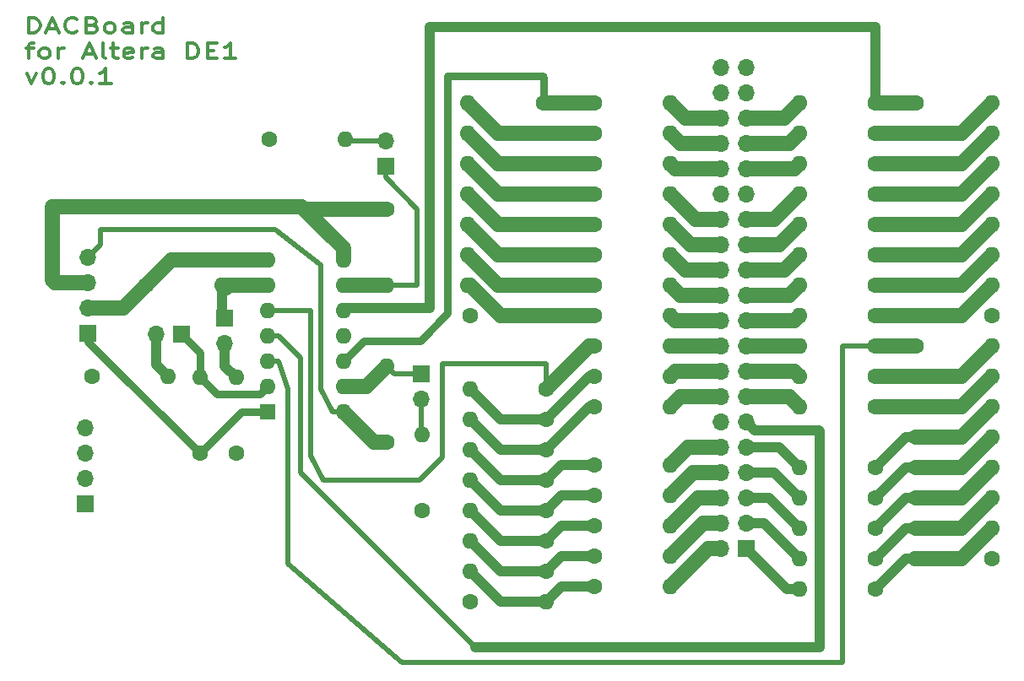
<source format=gbr>
%TF.GenerationSoftware,KiCad,Pcbnew,5.1.10*%
%TF.CreationDate,2021-12-13T16:46:35-05:00*%
%TF.ProjectId,DACBoard,44414342-6f61-4726-942e-6b696361645f,rev?*%
%TF.SameCoordinates,Original*%
%TF.FileFunction,Copper,L1,Top*%
%TF.FilePolarity,Positive*%
%FSLAX46Y46*%
G04 Gerber Fmt 4.6, Leading zero omitted, Abs format (unit mm)*
G04 Created by KiCad (PCBNEW 5.1.10) date 2021-12-13 16:46:35*
%MOMM*%
%LPD*%
G01*
G04 APERTURE LIST*
%TA.AperFunction,NonConductor*%
%ADD10C,0.300000*%
%TD*%
%TA.AperFunction,ComponentPad*%
%ADD11O,1.700000X1.700000*%
%TD*%
%TA.AperFunction,ComponentPad*%
%ADD12R,1.700000X1.700000*%
%TD*%
%TA.AperFunction,ComponentPad*%
%ADD13C,1.600000*%
%TD*%
%TA.AperFunction,ComponentPad*%
%ADD14O,1.600000X1.600000*%
%TD*%
%TA.AperFunction,ComponentPad*%
%ADD15R,1.600000X1.600000*%
%TD*%
%TA.AperFunction,Conductor*%
%ADD16C,1.000000*%
%TD*%
%TA.AperFunction,Conductor*%
%ADD17C,0.800000*%
%TD*%
%TA.AperFunction,Conductor*%
%ADD18C,1.500000*%
%TD*%
%TA.AperFunction,Conductor*%
%ADD19C,0.500000*%
%TD*%
G04 APERTURE END LIST*
D10*
X34707190Y-45309071D02*
X34707190Y-43809071D01*
X35183380Y-43809071D01*
X35469095Y-43880500D01*
X35659571Y-44023357D01*
X35754809Y-44166214D01*
X35850047Y-44451928D01*
X35850047Y-44666214D01*
X35754809Y-44951928D01*
X35659571Y-45094785D01*
X35469095Y-45237642D01*
X35183380Y-45309071D01*
X34707190Y-45309071D01*
X36611952Y-44880500D02*
X37564333Y-44880500D01*
X36421476Y-45309071D02*
X37088142Y-43809071D01*
X37754809Y-45309071D01*
X39564333Y-45166214D02*
X39469095Y-45237642D01*
X39183380Y-45309071D01*
X38992904Y-45309071D01*
X38707190Y-45237642D01*
X38516714Y-45094785D01*
X38421476Y-44951928D01*
X38326238Y-44666214D01*
X38326238Y-44451928D01*
X38421476Y-44166214D01*
X38516714Y-44023357D01*
X38707190Y-43880500D01*
X38992904Y-43809071D01*
X39183380Y-43809071D01*
X39469095Y-43880500D01*
X39564333Y-43951928D01*
X41088142Y-44523357D02*
X41373857Y-44594785D01*
X41469095Y-44666214D01*
X41564333Y-44809071D01*
X41564333Y-45023357D01*
X41469095Y-45166214D01*
X41373857Y-45237642D01*
X41183380Y-45309071D01*
X40421476Y-45309071D01*
X40421476Y-43809071D01*
X41088142Y-43809071D01*
X41278619Y-43880500D01*
X41373857Y-43951928D01*
X41469095Y-44094785D01*
X41469095Y-44237642D01*
X41373857Y-44380500D01*
X41278619Y-44451928D01*
X41088142Y-44523357D01*
X40421476Y-44523357D01*
X42707190Y-45309071D02*
X42516714Y-45237642D01*
X42421476Y-45166214D01*
X42326238Y-45023357D01*
X42326238Y-44594785D01*
X42421476Y-44451928D01*
X42516714Y-44380500D01*
X42707190Y-44309071D01*
X42992904Y-44309071D01*
X43183380Y-44380500D01*
X43278619Y-44451928D01*
X43373857Y-44594785D01*
X43373857Y-45023357D01*
X43278619Y-45166214D01*
X43183380Y-45237642D01*
X42992904Y-45309071D01*
X42707190Y-45309071D01*
X45088142Y-45309071D02*
X45088142Y-44523357D01*
X44992904Y-44380500D01*
X44802428Y-44309071D01*
X44421476Y-44309071D01*
X44231000Y-44380500D01*
X45088142Y-45237642D02*
X44897666Y-45309071D01*
X44421476Y-45309071D01*
X44231000Y-45237642D01*
X44135761Y-45094785D01*
X44135761Y-44951928D01*
X44231000Y-44809071D01*
X44421476Y-44737642D01*
X44897666Y-44737642D01*
X45088142Y-44666214D01*
X46040523Y-45309071D02*
X46040523Y-44309071D01*
X46040523Y-44594785D02*
X46135761Y-44451928D01*
X46231000Y-44380500D01*
X46421476Y-44309071D01*
X46611952Y-44309071D01*
X48135761Y-45309071D02*
X48135761Y-43809071D01*
X48135761Y-45237642D02*
X47945285Y-45309071D01*
X47564333Y-45309071D01*
X47373857Y-45237642D01*
X47278619Y-45166214D01*
X47183380Y-45023357D01*
X47183380Y-44594785D01*
X47278619Y-44451928D01*
X47373857Y-44380500D01*
X47564333Y-44309071D01*
X47945285Y-44309071D01*
X48135761Y-44380500D01*
X34421476Y-46859071D02*
X35183380Y-46859071D01*
X34707190Y-47859071D02*
X34707190Y-46573357D01*
X34802428Y-46430500D01*
X34992904Y-46359071D01*
X35183380Y-46359071D01*
X36135761Y-47859071D02*
X35945285Y-47787642D01*
X35850047Y-47716214D01*
X35754809Y-47573357D01*
X35754809Y-47144785D01*
X35850047Y-47001928D01*
X35945285Y-46930500D01*
X36135761Y-46859071D01*
X36421476Y-46859071D01*
X36611952Y-46930500D01*
X36707190Y-47001928D01*
X36802428Y-47144785D01*
X36802428Y-47573357D01*
X36707190Y-47716214D01*
X36611952Y-47787642D01*
X36421476Y-47859071D01*
X36135761Y-47859071D01*
X37659571Y-47859071D02*
X37659571Y-46859071D01*
X37659571Y-47144785D02*
X37754809Y-47001928D01*
X37850047Y-46930500D01*
X38040523Y-46859071D01*
X38231000Y-46859071D01*
X40326238Y-47430500D02*
X41278619Y-47430500D01*
X40135761Y-47859071D02*
X40802428Y-46359071D01*
X41469095Y-47859071D01*
X42421476Y-47859071D02*
X42231000Y-47787642D01*
X42135761Y-47644785D01*
X42135761Y-46359071D01*
X42897666Y-46859071D02*
X43659571Y-46859071D01*
X43183380Y-46359071D02*
X43183380Y-47644785D01*
X43278619Y-47787642D01*
X43469095Y-47859071D01*
X43659571Y-47859071D01*
X45088142Y-47787642D02*
X44897666Y-47859071D01*
X44516714Y-47859071D01*
X44326238Y-47787642D01*
X44231000Y-47644785D01*
X44231000Y-47073357D01*
X44326238Y-46930500D01*
X44516714Y-46859071D01*
X44897666Y-46859071D01*
X45088142Y-46930500D01*
X45183380Y-47073357D01*
X45183380Y-47216214D01*
X44231000Y-47359071D01*
X46040523Y-47859071D02*
X46040523Y-46859071D01*
X46040523Y-47144785D02*
X46135761Y-47001928D01*
X46231000Y-46930500D01*
X46421476Y-46859071D01*
X46611952Y-46859071D01*
X48135761Y-47859071D02*
X48135761Y-47073357D01*
X48040523Y-46930500D01*
X47850047Y-46859071D01*
X47469095Y-46859071D01*
X47278619Y-46930500D01*
X48135761Y-47787642D02*
X47945285Y-47859071D01*
X47469095Y-47859071D01*
X47278619Y-47787642D01*
X47183380Y-47644785D01*
X47183380Y-47501928D01*
X47278619Y-47359071D01*
X47469095Y-47287642D01*
X47945285Y-47287642D01*
X48135761Y-47216214D01*
X50611952Y-47859071D02*
X50611952Y-46359071D01*
X51088142Y-46359071D01*
X51373857Y-46430500D01*
X51564333Y-46573357D01*
X51659571Y-46716214D01*
X51754809Y-47001928D01*
X51754809Y-47216214D01*
X51659571Y-47501928D01*
X51564333Y-47644785D01*
X51373857Y-47787642D01*
X51088142Y-47859071D01*
X50611952Y-47859071D01*
X52611952Y-47073357D02*
X53278619Y-47073357D01*
X53564333Y-47859071D02*
X52611952Y-47859071D01*
X52611952Y-46359071D01*
X53564333Y-46359071D01*
X55469095Y-47859071D02*
X54326238Y-47859071D01*
X54897666Y-47859071D02*
X54897666Y-46359071D01*
X54707190Y-46573357D01*
X54516714Y-46716214D01*
X54326238Y-46787642D01*
X34516714Y-49409071D02*
X34992904Y-50409071D01*
X35469095Y-49409071D01*
X36611952Y-48909071D02*
X36802428Y-48909071D01*
X36992904Y-48980500D01*
X37088142Y-49051928D01*
X37183380Y-49194785D01*
X37278619Y-49480500D01*
X37278619Y-49837642D01*
X37183380Y-50123357D01*
X37088142Y-50266214D01*
X36992904Y-50337642D01*
X36802428Y-50409071D01*
X36611952Y-50409071D01*
X36421476Y-50337642D01*
X36326238Y-50266214D01*
X36231000Y-50123357D01*
X36135761Y-49837642D01*
X36135761Y-49480500D01*
X36231000Y-49194785D01*
X36326238Y-49051928D01*
X36421476Y-48980500D01*
X36611952Y-48909071D01*
X38135761Y-50266214D02*
X38231000Y-50337642D01*
X38135761Y-50409071D01*
X38040523Y-50337642D01*
X38135761Y-50266214D01*
X38135761Y-50409071D01*
X39469095Y-48909071D02*
X39659571Y-48909071D01*
X39850047Y-48980500D01*
X39945285Y-49051928D01*
X40040523Y-49194785D01*
X40135761Y-49480500D01*
X40135761Y-49837642D01*
X40040523Y-50123357D01*
X39945285Y-50266214D01*
X39850047Y-50337642D01*
X39659571Y-50409071D01*
X39469095Y-50409071D01*
X39278619Y-50337642D01*
X39183380Y-50266214D01*
X39088142Y-50123357D01*
X38992904Y-49837642D01*
X38992904Y-49480500D01*
X39088142Y-49194785D01*
X39183380Y-49051928D01*
X39278619Y-48980500D01*
X39469095Y-48909071D01*
X40992904Y-50266214D02*
X41088142Y-50337642D01*
X40992904Y-50409071D01*
X40897666Y-50337642D01*
X40992904Y-50266214D01*
X40992904Y-50409071D01*
X42992904Y-50409071D02*
X41850047Y-50409071D01*
X42421476Y-50409071D02*
X42421476Y-48909071D01*
X42231000Y-49123357D01*
X42040523Y-49266214D01*
X41850047Y-49337642D01*
D11*
%TO.P,J1,2*%
%TO.N,Net-(J1-Pad2)*%
X47498000Y-75565000D03*
D12*
%TO.P,J1,1*%
%TO.N,Net-(J1-Pad1)*%
X50038000Y-75565000D03*
%TD*%
%TO.P,J3,1*%
%TO.N,Net-(J3-Pad1)*%
X54356000Y-73914000D03*
D11*
%TO.P,J3,2*%
%TO.N,Net-(J3-Pad2)*%
X54356000Y-76454000D03*
%TD*%
%TO.P,J4,2*%
%TO.N,Net-(J4-Pad2)*%
X70485000Y-56134000D03*
D12*
%TO.P,J4,1*%
%TO.N,Net-(J4-Pad1)*%
X70485000Y-58674000D03*
%TD*%
%TO.P,J5,1*%
%TO.N,Net-(J5-Pad1)*%
X74041000Y-79502000D03*
D11*
%TO.P,J5,2*%
%TO.N,Net-(J5-Pad2)*%
X74041000Y-82042000D03*
%TD*%
D12*
%TO.P,J6,1*%
%TO.N,GND*%
X40386000Y-92583000D03*
D11*
%TO.P,J6,2*%
X40386000Y-90043000D03*
%TO.P,J6,3*%
X40386000Y-87503000D03*
%TO.P,J6,4*%
X40386000Y-84963000D03*
%TD*%
%TO.P,J7,4*%
%TO.N,Net-(J7-Pad4)*%
X40640000Y-67818000D03*
%TO.P,J7,3*%
%TO.N,Net-(J7-Pad3)*%
X40640000Y-70358000D03*
%TO.P,J7,2*%
%TO.N,Net-(J7-Pad2)*%
X40640000Y-72898000D03*
D12*
%TO.P,J7,1*%
%TO.N,Net-(J7-Pad1)*%
X40640000Y-75438000D03*
%TD*%
D13*
%TO.P,R1,1*%
%TO.N,GND*%
X131318000Y-98044000D03*
D14*
%TO.P,R1,2*%
%TO.N,Net-(R1-Pad2)*%
X123698000Y-98044000D03*
%TD*%
%TO.P,R2,2*%
%TO.N,Net-(R1-Pad2)*%
X131318000Y-94996000D03*
D13*
%TO.P,R2,1*%
%TO.N,Net-(R10-Pad1)*%
X123698000Y-94996000D03*
%TD*%
D14*
%TO.P,R3,2*%
%TO.N,Net-(R10-Pad1)*%
X131318000Y-91948000D03*
D13*
%TO.P,R3,1*%
%TO.N,Net-(R11-Pad1)*%
X123698000Y-91948000D03*
%TD*%
%TO.P,R4,1*%
%TO.N,Net-(R12-Pad1)*%
X123698000Y-88900000D03*
D14*
%TO.P,R4,2*%
%TO.N,Net-(R11-Pad1)*%
X131318000Y-88900000D03*
%TD*%
%TO.P,R5,2*%
%TO.N,Net-(R12-Pad1)*%
X131318000Y-85852000D03*
D13*
%TO.P,R5,1*%
%TO.N,Net-(R13-Pad1)*%
X123698000Y-85852000D03*
%TD*%
%TO.P,R6,1*%
%TO.N,Net-(R14-Pad1)*%
X123698000Y-82804000D03*
D14*
%TO.P,R6,2*%
%TO.N,Net-(R13-Pad1)*%
X131318000Y-82804000D03*
%TD*%
%TO.P,R7,2*%
%TO.N,Net-(R14-Pad1)*%
X131318000Y-79756000D03*
D13*
%TO.P,R7,1*%
%TO.N,Net-(R15-Pad1)*%
X123698000Y-79756000D03*
%TD*%
%TO.P,R8,1*%
%TO.N,Net-(R16-Pad1)*%
X123698000Y-76708000D03*
D14*
%TO.P,R8,2*%
%TO.N,Net-(R15-Pad1)*%
X131318000Y-76708000D03*
%TD*%
D13*
%TO.P,R9,1*%
%TO.N,Net-(R1-Pad2)*%
X119634000Y-101092000D03*
D14*
%TO.P,R9,2*%
%TO.N,/IO_A0*%
X112014000Y-101092000D03*
%TD*%
D13*
%TO.P,R10,1*%
%TO.N,Net-(R10-Pad1)*%
X119634000Y-98044000D03*
D14*
%TO.P,R10,2*%
%TO.N,/IO_A2*%
X112014000Y-98044000D03*
%TD*%
%TO.P,R11,2*%
%TO.N,/IO_A4*%
X112014000Y-94996000D03*
D13*
%TO.P,R11,1*%
%TO.N,Net-(R11-Pad1)*%
X119634000Y-94996000D03*
%TD*%
%TO.P,R12,1*%
%TO.N,Net-(R12-Pad1)*%
X119634000Y-91948000D03*
D14*
%TO.P,R12,2*%
%TO.N,/IO_A6*%
X112014000Y-91948000D03*
%TD*%
%TO.P,R13,2*%
%TO.N,/IO_A8*%
X112014000Y-88900000D03*
D13*
%TO.P,R13,1*%
%TO.N,Net-(R13-Pad1)*%
X119634000Y-88900000D03*
%TD*%
%TO.P,R14,1*%
%TO.N,Net-(R14-Pad1)*%
X119634000Y-82804000D03*
D14*
%TO.P,R14,2*%
%TO.N,/IO_A10*%
X112014000Y-82804000D03*
%TD*%
%TO.P,R15,2*%
%TO.N,/IO_A12*%
X112014000Y-79756000D03*
D13*
%TO.P,R15,1*%
%TO.N,Net-(R15-Pad1)*%
X119634000Y-79756000D03*
%TD*%
D14*
%TO.P,R16,2*%
%TO.N,/IO_A14*%
X112014000Y-76708000D03*
D13*
%TO.P,R16,1*%
%TO.N,Net-(R16-Pad1)*%
X119634000Y-76708000D03*
%TD*%
D14*
%TO.P,R17,2*%
%TO.N,Net-(J1-Pad1)*%
X51879500Y-79883000D03*
D13*
%TO.P,R17,1*%
%TO.N,Net-(J7-Pad1)*%
X51879500Y-87503000D03*
%TD*%
%TO.P,R18,1*%
%TO.N,GND*%
X41021000Y-79756000D03*
D14*
%TO.P,R18,2*%
%TO.N,Net-(J1-Pad2)*%
X48641000Y-79756000D03*
%TD*%
D13*
%TO.P,R19,1*%
%TO.N,GND*%
X78994000Y-102362000D03*
D14*
%TO.P,R19,2*%
%TO.N,Net-(R19-Pad2)*%
X86614000Y-102362000D03*
%TD*%
%TO.P,R20,2*%
%TO.N,Net-(R19-Pad2)*%
X78994000Y-99314000D03*
D13*
%TO.P,R20,1*%
%TO.N,Net-(R20-Pad1)*%
X86614000Y-99314000D03*
%TD*%
%TO.P,R21,1*%
%TO.N,Net-(R21-Pad1)*%
X86614000Y-96266000D03*
D14*
%TO.P,R21,2*%
%TO.N,Net-(R20-Pad1)*%
X78994000Y-96266000D03*
%TD*%
%TO.P,R22,2*%
%TO.N,Net-(R21-Pad1)*%
X78994000Y-93218000D03*
D13*
%TO.P,R22,1*%
%TO.N,Net-(R22-Pad1)*%
X86614000Y-93218000D03*
%TD*%
D14*
%TO.P,R23,2*%
%TO.N,Net-(R22-Pad1)*%
X78994000Y-90170000D03*
D13*
%TO.P,R23,1*%
%TO.N,Net-(R23-Pad1)*%
X86614000Y-90170000D03*
%TD*%
%TO.P,R24,1*%
%TO.N,Net-(R24-Pad1)*%
X86614000Y-87122000D03*
D14*
%TO.P,R24,2*%
%TO.N,Net-(R23-Pad1)*%
X78994000Y-87122000D03*
%TD*%
D13*
%TO.P,R25,1*%
%TO.N,Net-(R25-Pad1)*%
X86614000Y-84074000D03*
D14*
%TO.P,R25,2*%
%TO.N,Net-(R24-Pad1)*%
X78994000Y-84074000D03*
%TD*%
%TO.P,R26,2*%
%TO.N,Net-(R25-Pad1)*%
X78994000Y-81026000D03*
D13*
%TO.P,R26,1*%
%TO.N,Net-(R26-Pad1)*%
X86614000Y-81026000D03*
%TD*%
D14*
%TO.P,R27,2*%
%TO.N,/IO_A1*%
X99060000Y-100838000D03*
D13*
%TO.P,R27,1*%
%TO.N,Net-(R19-Pad2)*%
X91440000Y-100838000D03*
%TD*%
D14*
%TO.P,R28,2*%
%TO.N,/IO_A3*%
X99060000Y-97790000D03*
D13*
%TO.P,R28,1*%
%TO.N,Net-(R20-Pad1)*%
X91440000Y-97790000D03*
%TD*%
%TO.P,R29,1*%
%TO.N,Net-(R21-Pad1)*%
X91440000Y-94742000D03*
D14*
%TO.P,R29,2*%
%TO.N,/IO_A5*%
X99060000Y-94742000D03*
%TD*%
%TO.P,R30,2*%
%TO.N,/IO_A7*%
X99060000Y-91694000D03*
D13*
%TO.P,R30,1*%
%TO.N,Net-(R22-Pad1)*%
X91440000Y-91694000D03*
%TD*%
%TO.P,R31,1*%
%TO.N,Net-(R23-Pad1)*%
X91440000Y-88646000D03*
D14*
%TO.P,R31,2*%
%TO.N,/IO_A9*%
X99060000Y-88646000D03*
%TD*%
%TO.P,R32,2*%
%TO.N,/IO_A11*%
X99060000Y-82804000D03*
D13*
%TO.P,R32,1*%
%TO.N,Net-(R24-Pad1)*%
X91440000Y-82804000D03*
%TD*%
%TO.P,R33,1*%
%TO.N,Net-(R25-Pad1)*%
X91440000Y-79756000D03*
D14*
%TO.P,R33,2*%
%TO.N,/IO_A13*%
X99060000Y-79756000D03*
%TD*%
%TO.P,R34,2*%
%TO.N,/IO_A15*%
X99060000Y-76708000D03*
D13*
%TO.P,R34,1*%
%TO.N,Net-(R26-Pad1)*%
X91440000Y-76708000D03*
%TD*%
D14*
%TO.P,R35,2*%
%TO.N,Net-(J3-Pad1)*%
X54102000Y-70612000D03*
D13*
%TO.P,R35,1*%
%TO.N,Net-(J7-Pad2)*%
X46482000Y-70612000D03*
%TD*%
%TO.P,R36,1*%
%TO.N,GND*%
X55499000Y-87503000D03*
D14*
%TO.P,R36,2*%
%TO.N,Net-(J3-Pad2)*%
X55499000Y-79883000D03*
%TD*%
%TO.P,R37,2*%
%TO.N,Net-(R37-Pad2)*%
X123698000Y-73660000D03*
D13*
%TO.P,R37,1*%
%TO.N,GND*%
X131318000Y-73660000D03*
%TD*%
%TO.P,R38,1*%
%TO.N,Net-(R38-Pad1)*%
X123698000Y-70612000D03*
D14*
%TO.P,R38,2*%
%TO.N,Net-(R37-Pad2)*%
X131318000Y-70612000D03*
%TD*%
D13*
%TO.P,R39,1*%
%TO.N,Net-(R39-Pad1)*%
X123698000Y-67564000D03*
D14*
%TO.P,R39,2*%
%TO.N,Net-(R38-Pad1)*%
X131318000Y-67564000D03*
%TD*%
%TO.P,R40,2*%
%TO.N,Net-(R39-Pad1)*%
X131318000Y-64516000D03*
D13*
%TO.P,R40,1*%
%TO.N,Net-(R40-Pad1)*%
X123698000Y-64516000D03*
%TD*%
%TO.P,R41,1*%
%TO.N,Net-(R41-Pad1)*%
X123698000Y-61468000D03*
D14*
%TO.P,R41,2*%
%TO.N,Net-(R40-Pad1)*%
X131318000Y-61468000D03*
%TD*%
%TO.P,R42,2*%
%TO.N,Net-(R41-Pad1)*%
X131318000Y-58420000D03*
D13*
%TO.P,R42,1*%
%TO.N,Net-(R42-Pad1)*%
X123698000Y-58420000D03*
%TD*%
%TO.P,R43,1*%
%TO.N,Net-(R43-Pad1)*%
X123698000Y-55372000D03*
D14*
%TO.P,R43,2*%
%TO.N,Net-(R42-Pad1)*%
X131318000Y-55372000D03*
%TD*%
%TO.P,R44,2*%
%TO.N,Net-(R43-Pad1)*%
X131318000Y-52324000D03*
D13*
%TO.P,R44,1*%
%TO.N,Net-(R44-Pad1)*%
X123698000Y-52324000D03*
%TD*%
%TO.P,R45,1*%
%TO.N,Net-(R37-Pad2)*%
X119634000Y-73660000D03*
D14*
%TO.P,R45,2*%
%TO.N,/IO_A16*%
X112014000Y-73660000D03*
%TD*%
D13*
%TO.P,R46,1*%
%TO.N,Net-(R38-Pad1)*%
X119634000Y-70612000D03*
D14*
%TO.P,R46,2*%
%TO.N,/IO_A18*%
X112014000Y-70612000D03*
%TD*%
D13*
%TO.P,R47,1*%
%TO.N,Net-(R39-Pad1)*%
X119634000Y-67564000D03*
D14*
%TO.P,R47,2*%
%TO.N,/IO_A20*%
X112014000Y-67564000D03*
%TD*%
%TO.P,R48,2*%
%TO.N,/IO_A22*%
X112014000Y-64516000D03*
D13*
%TO.P,R48,1*%
%TO.N,Net-(R40-Pad1)*%
X119634000Y-64516000D03*
%TD*%
%TO.P,R49,1*%
%TO.N,Net-(R41-Pad1)*%
X119634000Y-61468000D03*
D14*
%TO.P,R49,2*%
%TO.N,/IO_A24*%
X112014000Y-61468000D03*
%TD*%
%TO.P,R50,2*%
%TO.N,/IO_A26*%
X112014000Y-58420000D03*
D13*
%TO.P,R50,1*%
%TO.N,Net-(R42-Pad1)*%
X119634000Y-58420000D03*
%TD*%
%TO.P,R51,1*%
%TO.N,Net-(R43-Pad1)*%
X119634000Y-55372000D03*
D14*
%TO.P,R51,2*%
%TO.N,/IO_A28*%
X112014000Y-55372000D03*
%TD*%
%TO.P,R52,2*%
%TO.N,/IO_A30*%
X112014000Y-52324000D03*
D13*
%TO.P,R52,1*%
%TO.N,Net-(R44-Pad1)*%
X119634000Y-52324000D03*
%TD*%
D14*
%TO.P,R53,2*%
%TO.N,Net-(J4-Pad1)*%
X70612000Y-70612000D03*
D13*
%TO.P,R53,1*%
%TO.N,Net-(J7-Pad3)*%
X70612000Y-62992000D03*
%TD*%
%TO.P,R54,1*%
%TO.N,GND*%
X58801000Y-56007000D03*
D14*
%TO.P,R54,2*%
%TO.N,Net-(J4-Pad2)*%
X66421000Y-56007000D03*
%TD*%
%TO.P,R55,2*%
%TO.N,Net-(R55-Pad2)*%
X86614000Y-73660000D03*
D13*
%TO.P,R55,1*%
%TO.N,GND*%
X78994000Y-73660000D03*
%TD*%
%TO.P,R56,1*%
%TO.N,Net-(R56-Pad1)*%
X86360000Y-70612000D03*
D14*
%TO.P,R56,2*%
%TO.N,Net-(R55-Pad2)*%
X78740000Y-70612000D03*
%TD*%
%TO.P,R57,2*%
%TO.N,Net-(R56-Pad1)*%
X78740000Y-67564000D03*
D13*
%TO.P,R57,1*%
%TO.N,Net-(R57-Pad1)*%
X86360000Y-67564000D03*
%TD*%
%TO.P,R58,1*%
%TO.N,Net-(R58-Pad1)*%
X86360000Y-64516000D03*
D14*
%TO.P,R58,2*%
%TO.N,Net-(R57-Pad1)*%
X78740000Y-64516000D03*
%TD*%
%TO.P,R59,2*%
%TO.N,Net-(R58-Pad1)*%
X78740000Y-61468000D03*
D13*
%TO.P,R59,1*%
%TO.N,Net-(R59-Pad1)*%
X86360000Y-61468000D03*
%TD*%
%TO.P,R60,1*%
%TO.N,Net-(R60-Pad1)*%
X86360000Y-58420000D03*
D14*
%TO.P,R60,2*%
%TO.N,Net-(R59-Pad1)*%
X78740000Y-58420000D03*
%TD*%
%TO.P,R61,2*%
%TO.N,Net-(R60-Pad1)*%
X78740000Y-55372000D03*
D13*
%TO.P,R61,1*%
%TO.N,Net-(R61-Pad1)*%
X86360000Y-55372000D03*
%TD*%
D14*
%TO.P,R62,2*%
%TO.N,Net-(R61-Pad1)*%
X78740000Y-52324000D03*
D13*
%TO.P,R62,1*%
%TO.N,Net-(R62-Pad1)*%
X86360000Y-52324000D03*
%TD*%
%TO.P,R63,1*%
%TO.N,Net-(R55-Pad2)*%
X91440000Y-73660000D03*
D14*
%TO.P,R63,2*%
%TO.N,/IO_A17*%
X99060000Y-73660000D03*
%TD*%
%TO.P,R64,2*%
%TO.N,/IO_A19*%
X99060000Y-70612000D03*
D13*
%TO.P,R64,1*%
%TO.N,Net-(R56-Pad1)*%
X91440000Y-70612000D03*
%TD*%
%TO.P,R65,1*%
%TO.N,Net-(R57-Pad1)*%
X91440000Y-67564000D03*
D14*
%TO.P,R65,2*%
%TO.N,/IO_A21*%
X99060000Y-67564000D03*
%TD*%
%TO.P,R66,2*%
%TO.N,/IO_A23*%
X99060000Y-64516000D03*
D13*
%TO.P,R66,1*%
%TO.N,Net-(R58-Pad1)*%
X91440000Y-64516000D03*
%TD*%
%TO.P,R67,1*%
%TO.N,Net-(R59-Pad1)*%
X91440000Y-61468000D03*
D14*
%TO.P,R67,2*%
%TO.N,/IO_A25*%
X99060000Y-61468000D03*
%TD*%
D13*
%TO.P,R68,1*%
%TO.N,Net-(R60-Pad1)*%
X91440000Y-58420000D03*
D14*
%TO.P,R68,2*%
%TO.N,/IO_A27*%
X99060000Y-58420000D03*
%TD*%
%TO.P,R69,2*%
%TO.N,/IO_A29*%
X99060000Y-55372000D03*
D13*
%TO.P,R69,1*%
%TO.N,Net-(R61-Pad1)*%
X91440000Y-55372000D03*
%TD*%
%TO.P,R70,1*%
%TO.N,Net-(R62-Pad1)*%
X91440000Y-52324000D03*
D14*
%TO.P,R70,2*%
%TO.N,/IO_A31*%
X99060000Y-52324000D03*
%TD*%
%TO.P,R71,2*%
%TO.N,Net-(J5-Pad1)*%
X70612000Y-78740000D03*
D13*
%TO.P,R71,1*%
%TO.N,Net-(J7-Pad4)*%
X70612000Y-86360000D03*
%TD*%
%TO.P,R72,1*%
%TO.N,GND*%
X74168000Y-93218000D03*
D14*
%TO.P,R72,2*%
%TO.N,Net-(J5-Pad2)*%
X74168000Y-85598000D03*
%TD*%
D15*
%TO.P,U1,1*%
%TO.N,Net-(J7-Pad1)*%
X58674000Y-83312000D03*
D14*
%TO.P,U1,8*%
%TO.N,Net-(J7-Pad3)*%
X66294000Y-68072000D03*
%TO.P,U1,2*%
%TO.N,Net-(J1-Pad1)*%
X58674000Y-80772000D03*
%TO.P,U1,9*%
%TO.N,Net-(J4-Pad1)*%
X66294000Y-70612000D03*
%TO.P,U1,3*%
%TO.N,Net-(R16-Pad1)*%
X58674000Y-78232000D03*
%TO.P,U1,10*%
%TO.N,Net-(R44-Pad1)*%
X66294000Y-73152000D03*
%TO.P,U1,4*%
%TO.N,/+5V*%
X58674000Y-75692000D03*
%TO.P,U1,11*%
%TO.N,GND*%
X66294000Y-75692000D03*
%TO.P,U1,5*%
%TO.N,Net-(R26-Pad1)*%
X58674000Y-73152000D03*
%TO.P,U1,12*%
%TO.N,Net-(R62-Pad1)*%
X66294000Y-78232000D03*
%TO.P,U1,6*%
%TO.N,Net-(J3-Pad1)*%
X58674000Y-70612000D03*
%TO.P,U1,13*%
%TO.N,Net-(J5-Pad1)*%
X66294000Y-80772000D03*
%TO.P,U1,7*%
%TO.N,Net-(J7-Pad2)*%
X58674000Y-68072000D03*
%TO.P,U1,14*%
%TO.N,Net-(J7-Pad4)*%
X66294000Y-83312000D03*
%TD*%
D12*
%TO.P,J2,1*%
%TO.N,/IO_A0*%
X106680000Y-97028000D03*
D11*
%TO.P,J2,2*%
%TO.N,/IO_A1*%
X104140000Y-97028000D03*
%TO.P,J2,3*%
%TO.N,/IO_A2*%
X106680000Y-94488000D03*
%TO.P,J2,4*%
%TO.N,/IO_A3*%
X104140000Y-94488000D03*
%TO.P,J2,5*%
%TO.N,/IO_A4*%
X106680000Y-91948000D03*
%TO.P,J2,6*%
%TO.N,/IO_A5*%
X104140000Y-91948000D03*
%TO.P,J2,7*%
%TO.N,/IO_A6*%
X106680000Y-89408000D03*
%TO.P,J2,8*%
%TO.N,/IO_A7*%
X104140000Y-89408000D03*
%TO.P,J2,9*%
%TO.N,/IO_A8*%
X106680000Y-86868000D03*
%TO.P,J2,10*%
%TO.N,/IO_A9*%
X104140000Y-86868000D03*
%TO.P,J2,11*%
%TO.N,/+5V*%
X106680000Y-84328000D03*
%TO.P,J2,12*%
%TO.N,GND*%
X104140000Y-84328000D03*
%TO.P,J2,13*%
%TO.N,/IO_A10*%
X106680000Y-81788000D03*
%TO.P,J2,14*%
%TO.N,/IO_A11*%
X104140000Y-81788000D03*
%TO.P,J2,15*%
%TO.N,/IO_A12*%
X106680000Y-79248000D03*
%TO.P,J2,16*%
%TO.N,/IO_A13*%
X104140000Y-79248000D03*
%TO.P,J2,17*%
%TO.N,/IO_A14*%
X106680000Y-76708000D03*
%TO.P,J2,18*%
%TO.N,/IO_A15*%
X104140000Y-76708000D03*
%TO.P,J2,19*%
%TO.N,/IO_A16*%
X106680000Y-74168000D03*
%TO.P,J2,20*%
%TO.N,/IO_A17*%
X104140000Y-74168000D03*
%TO.P,J2,21*%
%TO.N,/IO_A18*%
X106680000Y-71628000D03*
%TO.P,J2,22*%
%TO.N,/IO_A19*%
X104140000Y-71628000D03*
%TO.P,J2,23*%
%TO.N,/IO_A20*%
X106680000Y-69088000D03*
%TO.P,J2,24*%
%TO.N,/IO_A21*%
X104140000Y-69088000D03*
%TO.P,J2,25*%
%TO.N,/IO_A22*%
X106680000Y-66548000D03*
%TO.P,J2,26*%
%TO.N,/IO_A23*%
X104140000Y-66548000D03*
%TO.P,J2,27*%
%TO.N,/IO_A24*%
X106680000Y-64008000D03*
%TO.P,J2,28*%
%TO.N,/IO_A25*%
X104140000Y-64008000D03*
%TO.P,J2,29*%
%TO.N,N/C*%
X106680000Y-61468000D03*
%TO.P,J2,30*%
%TO.N,GND*%
X104140000Y-61468000D03*
%TO.P,J2,31*%
%TO.N,/IO_A26*%
X106680000Y-58928000D03*
%TO.P,J2,32*%
%TO.N,/IO_A27*%
X104140000Y-58928000D03*
%TO.P,J2,33*%
%TO.N,/IO_A28*%
X106680000Y-56388000D03*
%TO.P,J2,34*%
%TO.N,/IO_A29*%
X104140000Y-56388000D03*
%TO.P,J2,35*%
%TO.N,/IO_A30*%
X106680000Y-53848000D03*
%TO.P,J2,36*%
%TO.N,/IO_A31*%
X104140000Y-53848000D03*
%TO.P,J2,37*%
%TO.N,N/C*%
X106680000Y-51308000D03*
%TO.P,J2,38*%
X104140000Y-51308000D03*
%TO.P,J2,39*%
X106680000Y-48768000D03*
%TO.P,J2,40*%
X104140000Y-48768000D03*
%TD*%
D16*
%TO.N,Net-(J1-Pad2)*%
X47498000Y-78613000D02*
X47498000Y-75565000D01*
X48641000Y-79756000D02*
X47498000Y-78613000D01*
D17*
%TO.N,Net-(J1-Pad1)*%
X51879500Y-77406500D02*
X50038000Y-75565000D01*
X51879500Y-79883000D02*
X51879500Y-77406500D01*
X53579501Y-81583001D02*
X51879500Y-79883000D01*
X57862999Y-81583001D02*
X53579501Y-81583001D01*
X58674000Y-80772000D02*
X57862999Y-81583001D01*
D16*
%TO.N,/IO_A0*%
X110744000Y-101092000D02*
X106680000Y-97028000D01*
X112014000Y-101092000D02*
X110744000Y-101092000D01*
D18*
%TO.N,/IO_A1*%
X102870000Y-97028000D02*
X99060000Y-100838000D01*
X104140000Y-97028000D02*
X102870000Y-97028000D01*
D16*
%TO.N,/IO_A2*%
X108458000Y-94488000D02*
X106680000Y-94488000D01*
X112014000Y-98044000D02*
X108458000Y-94488000D01*
D18*
%TO.N,/IO_A3*%
X102362000Y-94488000D02*
X99060000Y-97790000D01*
X104140000Y-94488000D02*
X102362000Y-94488000D01*
D16*
%TO.N,/IO_A4*%
X108966000Y-91948000D02*
X106680000Y-91948000D01*
X112014000Y-94996000D02*
X108966000Y-91948000D01*
D18*
%TO.N,/IO_A5*%
X101854000Y-91948000D02*
X99060000Y-94742000D01*
X104140000Y-91948000D02*
X101854000Y-91948000D01*
D16*
%TO.N,/IO_A6*%
X109474000Y-89408000D02*
X106680000Y-89408000D01*
X112014000Y-91948000D02*
X109474000Y-89408000D01*
D18*
%TO.N,/IO_A7*%
X101346000Y-89408000D02*
X99060000Y-91694000D01*
X104140000Y-89408000D02*
X101346000Y-89408000D01*
D16*
%TO.N,/IO_A8*%
X109982000Y-86868000D02*
X106680000Y-86868000D01*
X112014000Y-88900000D02*
X109982000Y-86868000D01*
D18*
%TO.N,/IO_A9*%
X100838000Y-86868000D02*
X99060000Y-88646000D01*
X104140000Y-86868000D02*
X100838000Y-86868000D01*
D16*
%TO.N,/+5V*%
X107529999Y-85177999D02*
X113958001Y-85177999D01*
X106680000Y-84328000D02*
X107529999Y-85177999D01*
X113958001Y-85177999D02*
X114046000Y-85265998D01*
X114046000Y-85265998D02*
X114046000Y-106934000D01*
X114046000Y-106934000D02*
X97790000Y-106934000D01*
D19*
X61991990Y-89424296D02*
X79501694Y-106934000D01*
X61991990Y-77878620D02*
X61991990Y-89424296D01*
D16*
X79501694Y-106934000D02*
X97790000Y-106934000D01*
D19*
X59805370Y-75692000D02*
X61991990Y-77878620D01*
X58674000Y-75692000D02*
X59805370Y-75692000D01*
D18*
%TO.N,/IO_A10*%
X110998000Y-81788000D02*
X106680000Y-81788000D01*
X112014000Y-82804000D02*
X110998000Y-81788000D01*
%TO.N,/IO_A11*%
X100076000Y-81788000D02*
X99060000Y-82804000D01*
X104140000Y-81788000D02*
X100076000Y-81788000D01*
%TO.N,/IO_A12*%
X111506000Y-79248000D02*
X106680000Y-79248000D01*
X112014000Y-79756000D02*
X111506000Y-79248000D01*
%TO.N,/IO_A13*%
X99568000Y-79248000D02*
X99060000Y-79756000D01*
X104140000Y-79248000D02*
X99568000Y-79248000D01*
%TO.N,/IO_A14*%
X112014000Y-76708000D02*
X106680000Y-76708000D01*
%TO.N,/IO_A15*%
X104140000Y-76708000D02*
X99060000Y-76708000D01*
%TO.N,/IO_A16*%
X111506000Y-74168000D02*
X112014000Y-73660000D01*
X106680000Y-74168000D02*
X111506000Y-74168000D01*
%TO.N,/IO_A17*%
X99568000Y-74168000D02*
X99060000Y-73660000D01*
X104140000Y-74168000D02*
X99568000Y-74168000D01*
%TO.N,/IO_A18*%
X110998000Y-71628000D02*
X112014000Y-70612000D01*
X106680000Y-71628000D02*
X110998000Y-71628000D01*
%TO.N,/IO_A19*%
X100076000Y-71628000D02*
X99060000Y-70612000D01*
X104140000Y-71628000D02*
X100076000Y-71628000D01*
%TO.N,/IO_A20*%
X110490000Y-69088000D02*
X112014000Y-67564000D01*
X106680000Y-69088000D02*
X110490000Y-69088000D01*
%TO.N,/IO_A21*%
X100584000Y-69088000D02*
X99060000Y-67564000D01*
X104140000Y-69088000D02*
X100584000Y-69088000D01*
%TO.N,/IO_A22*%
X109982000Y-66548000D02*
X112014000Y-64516000D01*
X106680000Y-66548000D02*
X109982000Y-66548000D01*
%TO.N,/IO_A23*%
X101092000Y-66548000D02*
X99060000Y-64516000D01*
X104140000Y-66548000D02*
X101092000Y-66548000D01*
%TO.N,/IO_A24*%
X109474000Y-64008000D02*
X112014000Y-61468000D01*
X106680000Y-64008000D02*
X109474000Y-64008000D01*
%TO.N,/IO_A25*%
X101600000Y-64008000D02*
X99060000Y-61468000D01*
X104140000Y-64008000D02*
X101600000Y-64008000D01*
%TO.N,/IO_A26*%
X111506000Y-58928000D02*
X112014000Y-58420000D01*
X106680000Y-58928000D02*
X111506000Y-58928000D01*
%TO.N,/IO_A27*%
X104140000Y-58928000D02*
X99568000Y-58928000D01*
X99568000Y-58928000D02*
X99060000Y-58420000D01*
%TO.N,/IO_A28*%
X110998000Y-56388000D02*
X112014000Y-55372000D01*
X106680000Y-56388000D02*
X110998000Y-56388000D01*
%TO.N,/IO_A29*%
X100076000Y-56388000D02*
X99060000Y-55372000D01*
X104140000Y-56388000D02*
X100076000Y-56388000D01*
%TO.N,/IO_A30*%
X110490000Y-53848000D02*
X112014000Y-52324000D01*
X106680000Y-53848000D02*
X110490000Y-53848000D01*
%TO.N,/IO_A31*%
X100584000Y-53848000D02*
X99060000Y-52324000D01*
X104140000Y-53848000D02*
X100584000Y-53848000D01*
%TO.N,Net-(J3-Pad1)*%
X58674000Y-70612000D02*
X54102000Y-70612000D01*
D16*
X54610000Y-71120000D02*
X54102000Y-70612000D01*
X54102000Y-73660000D02*
X54356000Y-73914000D01*
X54102000Y-70612000D02*
X54102000Y-73660000D01*
%TO.N,Net-(J3-Pad2)*%
X54356000Y-78740000D02*
X55499000Y-79883000D01*
X54356000Y-76454000D02*
X54356000Y-78740000D01*
D19*
%TO.N,Net-(J4-Pad2)*%
X66548000Y-56134000D02*
X66421000Y-56007000D01*
X70485000Y-56134000D02*
X66548000Y-56134000D01*
D18*
%TO.N,Net-(J4-Pad1)*%
X70612000Y-70612000D02*
X66294000Y-70612000D01*
D19*
X70612000Y-70612000D02*
X73660000Y-70612000D01*
X70485000Y-59817000D02*
X70485000Y-58674000D01*
X73660000Y-62992000D02*
X70485000Y-59817000D01*
X73660000Y-70612000D02*
X73660000Y-62992000D01*
D18*
%TO.N,Net-(J5-Pad1)*%
X68580000Y-80772000D02*
X66294000Y-80772000D01*
X70612000Y-78740000D02*
X68580000Y-80772000D01*
D19*
X71374000Y-79502000D02*
X70612000Y-78740000D01*
X74041000Y-79502000D02*
X71374000Y-79502000D01*
%TO.N,Net-(J5-Pad2)*%
X74041000Y-85471000D02*
X74168000Y-85598000D01*
X74041000Y-82042000D02*
X74041000Y-85471000D01*
D18*
%TO.N,Net-(J7-Pad4)*%
X69342000Y-86360000D02*
X66294000Y-83312000D01*
X70612000Y-86360000D02*
X69342000Y-86360000D01*
D19*
X41910000Y-66548000D02*
X40640000Y-67818000D01*
X41910000Y-65024000D02*
X41910000Y-66548000D01*
X59436000Y-65024000D02*
X41910000Y-65024000D01*
X64008000Y-68580000D02*
X59436000Y-65024000D01*
X64008000Y-81026000D02*
X64008000Y-68580000D01*
X65162630Y-83312000D02*
X64008000Y-81026000D01*
X66294000Y-83312000D02*
X65162630Y-83312000D01*
D18*
%TO.N,Net-(J7-Pad3)*%
X66294000Y-66940630D02*
X66294000Y-68072000D01*
X62091370Y-62738000D02*
X66294000Y-66940630D01*
X62345370Y-62992000D02*
X62091370Y-62738000D01*
X70612000Y-62992000D02*
X62345370Y-62992000D01*
X49022000Y-62738000D02*
X62091370Y-62738000D01*
X40640000Y-70358000D02*
X37338000Y-70358000D01*
X37338000Y-70358000D02*
X37084000Y-70104000D01*
X37084000Y-70104000D02*
X37084000Y-62738000D01*
X37084000Y-62738000D02*
X49022000Y-62738000D01*
%TO.N,Net-(J7-Pad2)*%
X44196000Y-72898000D02*
X40640000Y-72898000D01*
X46482000Y-70612000D02*
X44196000Y-72898000D01*
X49022000Y-68072000D02*
X58674000Y-68072000D01*
X46482000Y-70612000D02*
X49022000Y-68072000D01*
D17*
%TO.N,Net-(J7-Pad1)*%
X56070500Y-83312000D02*
X51879500Y-87503000D01*
X58674000Y-83312000D02*
X56070500Y-83312000D01*
X40640000Y-76263500D02*
X40640000Y-75438000D01*
X51879500Y-87503000D02*
X40640000Y-76263500D01*
D18*
%TO.N,Net-(R1-Pad2)*%
X128270000Y-98044000D02*
X131318000Y-94996000D01*
X123698000Y-98044000D02*
X128270000Y-98044000D01*
D16*
X122682000Y-98044000D02*
X119634000Y-101092000D01*
X123698000Y-98044000D02*
X122682000Y-98044000D01*
D18*
%TO.N,Net-(R10-Pad1)*%
X128270000Y-94996000D02*
X131318000Y-91948000D01*
X123698000Y-94996000D02*
X128270000Y-94996000D01*
D16*
X122682000Y-94996000D02*
X119634000Y-98044000D01*
X123698000Y-94996000D02*
X122682000Y-94996000D01*
D18*
%TO.N,Net-(R11-Pad1)*%
X128270000Y-91948000D02*
X131318000Y-88900000D01*
X123698000Y-91948000D02*
X128270000Y-91948000D01*
D16*
X122682000Y-91948000D02*
X119634000Y-94996000D01*
X123698000Y-91948000D02*
X122682000Y-91948000D01*
D18*
%TO.N,Net-(R12-Pad1)*%
X128270000Y-88900000D02*
X131318000Y-85852000D01*
X123698000Y-88900000D02*
X128270000Y-88900000D01*
D16*
X122682000Y-88900000D02*
X119634000Y-91948000D01*
X123698000Y-88900000D02*
X122682000Y-88900000D01*
D18*
%TO.N,Net-(R13-Pad1)*%
X128270000Y-85852000D02*
X131318000Y-82804000D01*
X123698000Y-85852000D02*
X128270000Y-85852000D01*
D16*
X122682000Y-85852000D02*
X119634000Y-88900000D01*
X123698000Y-85852000D02*
X122682000Y-85852000D01*
D18*
%TO.N,Net-(R14-Pad1)*%
X123698000Y-82804000D02*
X119634000Y-82804000D01*
X128270000Y-82804000D02*
X131318000Y-79756000D01*
X123698000Y-82804000D02*
X128270000Y-82804000D01*
%TO.N,Net-(R15-Pad1)*%
X123698000Y-79756000D02*
X119634000Y-79756000D01*
X128270000Y-79756000D02*
X131318000Y-76708000D01*
X123698000Y-79756000D02*
X128270000Y-79756000D01*
%TO.N,Net-(R16-Pad1)*%
X123698000Y-76708000D02*
X119634000Y-76708000D01*
D19*
X116332000Y-108458000D02*
X116332000Y-76708000D01*
X72136000Y-108458000D02*
X116332000Y-108458000D01*
X116332000Y-76708000D02*
X119634000Y-76708000D01*
X60706000Y-98552000D02*
X72136000Y-108458000D01*
X60706000Y-81026000D02*
X60706000Y-98552000D01*
X59805370Y-78232000D02*
X60706000Y-81026000D01*
X58674000Y-78232000D02*
X59805370Y-78232000D01*
D16*
%TO.N,Net-(R19-Pad2)*%
X82042000Y-102362000D02*
X78994000Y-99314000D01*
X86614000Y-102362000D02*
X82042000Y-102362000D01*
X88138000Y-100838000D02*
X86614000Y-102362000D01*
X91440000Y-100838000D02*
X88138000Y-100838000D01*
%TO.N,Net-(R20-Pad1)*%
X82042000Y-99314000D02*
X78994000Y-96266000D01*
X86614000Y-99314000D02*
X82042000Y-99314000D01*
X88138000Y-97790000D02*
X86614000Y-99314000D01*
X91440000Y-97790000D02*
X88138000Y-97790000D01*
%TO.N,Net-(R21-Pad1)*%
X82042000Y-96266000D02*
X78994000Y-93218000D01*
X86614000Y-96266000D02*
X82042000Y-96266000D01*
X88138000Y-94742000D02*
X86614000Y-96266000D01*
X91440000Y-94742000D02*
X88138000Y-94742000D01*
%TO.N,Net-(R22-Pad1)*%
X82042000Y-93218000D02*
X78994000Y-90170000D01*
X86614000Y-93218000D02*
X82042000Y-93218000D01*
X88138000Y-91694000D02*
X86614000Y-93218000D01*
X91440000Y-91694000D02*
X88138000Y-91694000D01*
%TO.N,Net-(R23-Pad1)*%
X82042000Y-90170000D02*
X78994000Y-87122000D01*
X86614000Y-90170000D02*
X82042000Y-90170000D01*
X88138000Y-88646000D02*
X86614000Y-90170000D01*
X91440000Y-88646000D02*
X88138000Y-88646000D01*
%TO.N,Net-(R24-Pad1)*%
X90932000Y-82804000D02*
X86614000Y-87122000D01*
X91440000Y-82804000D02*
X90932000Y-82804000D01*
X82042000Y-87122000D02*
X78994000Y-84074000D01*
X86614000Y-87122000D02*
X82042000Y-87122000D01*
%TO.N,Net-(R25-Pad1)*%
X90932000Y-79756000D02*
X86614000Y-84074000D01*
X91440000Y-79756000D02*
X90932000Y-79756000D01*
X82042000Y-84074000D02*
X78994000Y-81026000D01*
X86614000Y-84074000D02*
X82042000Y-84074000D01*
D18*
%TO.N,Net-(R26-Pad1)*%
X90932000Y-76708000D02*
X86614000Y-81026000D01*
X91440000Y-76708000D02*
X90932000Y-76708000D01*
D19*
X62992000Y-87757000D02*
X62992000Y-73152000D01*
X62992000Y-73152000D02*
X58674000Y-73152000D01*
X64262000Y-90170000D02*
X62992000Y-87757000D01*
X73914000Y-90170000D02*
X64262000Y-90170000D01*
X76200000Y-87884000D02*
X73914000Y-90170000D01*
X76200000Y-78486000D02*
X76200000Y-87884000D01*
X86614000Y-78486000D02*
X76200000Y-78486000D01*
X86614000Y-81026000D02*
X86614000Y-78486000D01*
D18*
%TO.N,Net-(R37-Pad2)*%
X119634000Y-73660000D02*
X123698000Y-73660000D01*
X128270000Y-73660000D02*
X131318000Y-70612000D01*
X123698000Y-73660000D02*
X128270000Y-73660000D01*
%TO.N,Net-(R38-Pad1)*%
X119634000Y-70612000D02*
X123698000Y-70612000D01*
X128270000Y-70612000D02*
X131318000Y-67564000D01*
X123698000Y-70612000D02*
X128270000Y-70612000D01*
%TO.N,Net-(R39-Pad1)*%
X119634000Y-67564000D02*
X123698000Y-67564000D01*
X128270000Y-67564000D02*
X131318000Y-64516000D01*
X123698000Y-67564000D02*
X128270000Y-67564000D01*
%TO.N,Net-(R40-Pad1)*%
X119634000Y-64516000D02*
X123698000Y-64516000D01*
X128270000Y-64516000D02*
X131318000Y-61468000D01*
X123698000Y-64516000D02*
X128270000Y-64516000D01*
%TO.N,Net-(R41-Pad1)*%
X119634000Y-61468000D02*
X123698000Y-61468000D01*
X128270000Y-61468000D02*
X131318000Y-58420000D01*
X123698000Y-61468000D02*
X128270000Y-61468000D01*
%TO.N,Net-(R42-Pad1)*%
X119634000Y-58420000D02*
X123698000Y-58420000D01*
X128270000Y-58420000D02*
X131318000Y-55372000D01*
X123698000Y-58420000D02*
X128270000Y-58420000D01*
%TO.N,Net-(R43-Pad1)*%
X119634000Y-55372000D02*
X123698000Y-55372000D01*
X128270000Y-55372000D02*
X131318000Y-52324000D01*
X123698000Y-55372000D02*
X128270000Y-55372000D01*
%TO.N,Net-(R44-Pad1)*%
X119634000Y-52324000D02*
X123698000Y-52324000D01*
D16*
X119634000Y-52324000D02*
X119634000Y-44704000D01*
X74930000Y-72898000D02*
X66548000Y-72898000D01*
X66548000Y-72898000D02*
X66294000Y-73152000D01*
X74930000Y-44704000D02*
X74930000Y-72898000D01*
X119634000Y-44704000D02*
X74930000Y-44704000D01*
D18*
%TO.N,Net-(R55-Pad2)*%
X91440000Y-73660000D02*
X86614000Y-73660000D01*
X78980002Y-70612000D02*
X78740000Y-70612000D01*
X82028002Y-73660000D02*
X78980002Y-70612000D01*
X86614000Y-73660000D02*
X82028002Y-73660000D01*
%TO.N,Net-(R56-Pad1)*%
X91440000Y-70612000D02*
X86360000Y-70612000D01*
X86360000Y-70612000D02*
X81808442Y-70612000D01*
X78760442Y-67564000D02*
X78740000Y-67564000D01*
X81808442Y-70612000D02*
X78760442Y-67564000D01*
%TO.N,Net-(R57-Pad1)*%
X91440000Y-67564000D02*
X86360000Y-67564000D01*
X81788000Y-67564000D02*
X78740000Y-64516000D01*
X86360000Y-67564000D02*
X81788000Y-67564000D01*
%TO.N,Net-(R58-Pad1)*%
X91440000Y-64516000D02*
X86360000Y-64516000D01*
X81788000Y-64516000D02*
X78740000Y-61468000D01*
X86360000Y-64516000D02*
X81788000Y-64516000D01*
%TO.N,Net-(R59-Pad1)*%
X91440000Y-61468000D02*
X86360000Y-61468000D01*
X81788000Y-61468000D02*
X78740000Y-58420000D01*
X86360000Y-61468000D02*
X81788000Y-61468000D01*
%TO.N,Net-(R60-Pad1)*%
X81788000Y-58420000D02*
X78740000Y-55372000D01*
X86360000Y-58420000D02*
X81788000Y-58420000D01*
X91440000Y-58420000D02*
X86360000Y-58420000D01*
%TO.N,Net-(R61-Pad1)*%
X81788000Y-55372000D02*
X78740000Y-52324000D01*
X86360000Y-55372000D02*
X81788000Y-55372000D01*
X91440000Y-55372000D02*
X86360000Y-55372000D01*
%TO.N,Net-(R62-Pad1)*%
X91440000Y-52324000D02*
X86360000Y-52324000D01*
D17*
X68326000Y-76200000D02*
X66294000Y-78232000D01*
X73961466Y-76200000D02*
X68326000Y-76200000D01*
X76708000Y-73453466D02*
X73961466Y-76200000D01*
X76708000Y-49657000D02*
X76708000Y-73453466D01*
X86233000Y-49657000D02*
X76708000Y-49657000D01*
X86360000Y-49784000D02*
X86233000Y-49657000D01*
X86360000Y-52324000D02*
X86360000Y-49784000D01*
%TD*%
M02*

</source>
